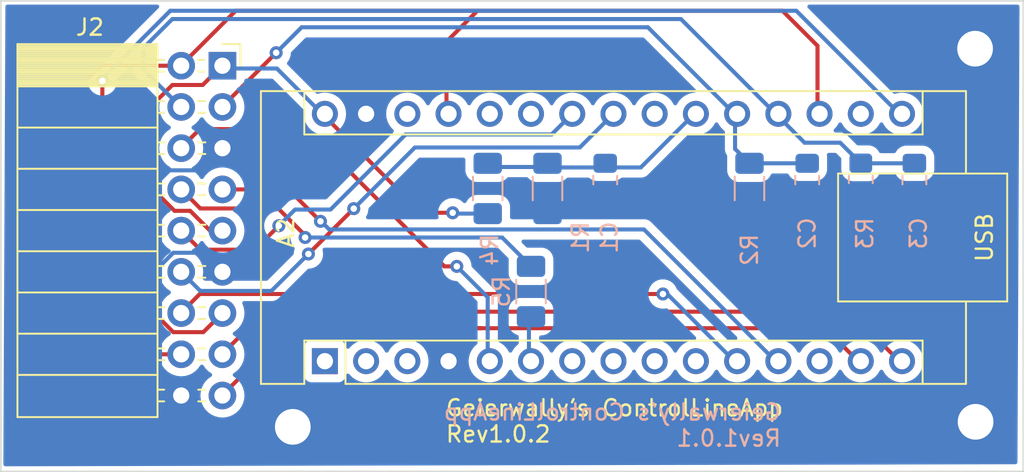
<source format=kicad_pcb>
(kicad_pcb (version 20240108) (generator "pcbnew") (generator_version "8.0")
  (title_block (title "Geierwally's ControlLineApp") (date "2023-12-25") (rev "1.0.1"))
  (layers (0 "F.Cu" signal) (31 "B.Cu" signal) (34 "B.Paste" user) (35 "F.Paste" user) (36 "B.SilkS" user "B.Silkscreen") (37 "F.SilkS" user "F.Silkscreen") (38 "B.Mask" user) (39 "F.Mask" user) (44 "Edge.Cuts" user))
  (net 0 "")
  (net 4 "GNDREF")
  (net 5 "Net-(A2-A2)")
  (net 6 "VPCell_1")
  (net 11 "VDD")
  (net 12 "LED_A")
  (net 14 "Net-(A2-D3)")
  (net 15 "Poti10K")
  (net 16 "UserButton")
  (net 18 "PWM Throttle")
  (net 19 "PWM RetractLandingGear")
  (net 20 "D8_FunctionPin3")
  (net 21 "D12_FunctionPin4")
  (net 23 "SDA")
  (net 24 "SCL")
  (net 27 "D13_FunctionPin5")
  (net 29 "+5V")
  (footprint "Module:Arduino_Nano" (layer "F.Cu") (at 124.968 108.204 90)
    (property "Reference" "A2" (at 7.91 -2.412 90) (layer "F.SilkS"))
    (property "Value" "Arduino Nano")
    (fp_line (start 16.64 -3.94) (end -1.4 -3.94) (stroke (width 0.12)) (layer "F.SilkS"))
    (fp_line (start -1.4 -3.94) (end -1.4 -1.27) (stroke (width 0.12)) (layer "F.SilkS"))
    (fp_line (start 13.97 -1.27) (end 16.64 -1.27) (stroke (width 0.12)) (layer "F.SilkS"))
    (fp_line (start 13.97 -1.27) (end 13.97 36.83) (stroke (width 0.12)) (layer "F.SilkS"))
    (fp_line (start 1.27 -1.27) (end -1.4 -1.27) (stroke (width 0.12)) (layer "F.SilkS"))
    (fp_line (start 1.27 1.27) (end 1.27 -1.27) (stroke (width 0.12)) (layer "F.SilkS"))
    (fp_line (start 1.27 1.27) (end -1.4 1.27) (stroke (width 0.12)) (layer "F.SilkS"))
    (fp_line (start 1.27 1.27) (end 1.27 36.83) (stroke (width 0.12)) (layer "F.SilkS"))
    (fp_line (start -1.4 1.27) (end -1.4 39.5) (stroke (width 0.12)) (layer "F.SilkS"))
    (fp_line (start 11.56 31.62) (end 11.56 42.04) (stroke (width 0.12)) (layer "F.SilkS"))
    (fp_line (start 3.68 31.62) (end 11.56 31.62) (stroke (width 0.12)) (layer "F.SilkS"))
    (fp_line (start 13.97 36.83) (end 16.64 36.83) (stroke (width 0.12)) (layer "F.SilkS"))
    (fp_line (start 1.27 36.83) (end -1.4 36.83) (stroke (width 0.12)) (layer "F.SilkS"))
    (fp_line (start 16.64 39.5) (end 16.64 -3.94) (stroke (width 0.12)) (layer "F.SilkS"))
    (fp_line (start 16.64 39.5) (end 11.56 39.5) (stroke (width 0.12)) (layer "F.SilkS"))
    (fp_line (start -1.4 39.5) (end 3.68 39.5) (stroke (width 0.12)) (layer "F.SilkS"))
    (fp_line (start 11.56 42.04) (end 3.68 42.04) (stroke (width 0.12)) (layer "F.SilkS"))
    (fp_line (start 3.68 42.04) (end 3.68 31.62) (stroke (width 0.12)) (layer "F.SilkS"))
    (fp_text user "USB" (at 7.62 40.64 90) (layer "F.SilkS"))
    (pad "1" thru_hole rect (at 0 0 90) (size 1.6 1.6) (drill 1) (layers "*.Cu" "*.Mask"))
    (pad "2" thru_hole oval (at 0 2.54 90) (size 1.6 1.6) (drill 1) (layers "*.Cu" "*.Mask"))
    (pad "3" thru_hole oval (at 0 5.08 90) (size 1.6 1.6) (drill 1) (layers "*.Cu" "*.Mask"))
    (pad "4" thru_hole oval (at 0 7.62 90) (size 1.6 1.6) (drill 1) (layers "*.Cu" "*.Mask") (net 4 "GNDREF"))
    (pad "5" thru_hole oval (at 0 10.16 90) (size 1.6 1.6) (drill 1) (layers "*.Cu" "*.Mask") (net 16 "UserButton"))
    (pad "6" thru_hole oval (at 0 12.7 90) (size 1.6 1.6) (drill 1) (layers "*.Cu" "*.Mask") (net 14 "Net-(A2-D3)"))
    (pad "7" thru_hole oval (at 0 15.24 90) (size 1.6 1.6) (drill 1) (layers "*.Cu" "*.Mask"))
    (pad "8" thru_hole oval (at 0 17.78 90) (size 1.6 1.6) (drill 1) (layers "*.Cu" "*.Mask"))
    (pad "9" thru_hole oval (at 0 20.32 90) (size 1.6 1.6) (drill 1) (layers "*.Cu" "*.Mask"))
    (pad "10" thru_hole oval (at 0 22.86 90) (size 1.6 1.6) (drill 1) (layers "*.Cu" "*.Mask"))
    (pad "11" thru_hole oval (at 0 25.4 90) (size 1.6 1.6) (drill 1) (layers "*.Cu" "*.Mask") (net 20 "D8_FunctionPin3"))
    (pad "12" thru_hole oval (at 0 27.94 90) (size 1.6 1.6) (drill 1) (layers "*.Cu" "*.Mask") (net 18 "PWM Throttle"))
    (pad "13" thru_hole oval (at 0 30.48 90) (size 1.6 1.6) (drill 1) (layers "*.Cu" "*.Mask"))
    (pad "14" thru_hole oval (at 0 33.02 90) (size 1.6 1.6) (drill 1) (layers "*.Cu" "*.Mask") (net 19 "PWM RetractLandingGear"))
    (pad "15" thru_hole oval (at 0 35.56 90) (size 1.6 1.6) (drill 1) (layers "*.Cu" "*.Mask") (net 21 "D12_FunctionPin4"))
    (pad "16" thru_hole oval (at 15.24 35.56 90) (size 1.6 1.6) (drill 1) (layers "*.Cu" "*.Mask") (net 27 "D13_FunctionPin5"))
    (pad "17" thru_hole oval (at 15.24 33.02 90) (size 1.6 1.6) (drill 1) (layers "*.Cu" "*.Mask"))
    (pad "18" thru_hole oval (at 15.24 30.48 90) (size 1.6 1.6) (drill 1) (layers "*.Cu" "*.Mask") (net 29 "+5V"))
    (pad "19" thru_hole oval (at 15.24 27.94 90) (size 1.6 1.6) (drill 1) (layers "*.Cu" "*.Mask") (net 15 "Poti10K"))
    (pad "20" thru_hole oval (at 15.24 25.4 90) (size 1.6 1.6) (drill 1) (layers "*.Cu" "*.Mask") (net 6 "VPCell_1"))
    (pad "21" thru_hole oval (at 15.24 22.86 90) (size 1.6 1.6) (drill 1) (layers "*.Cu" "*.Mask") (net 5 "Net-(A2-A2)"))
    (pad "22" thru_hole oval (at 15.24 20.32 90) (size 1.6 1.6) (drill 1) (layers "*.Cu" "*.Mask"))
    (pad "23" thru_hole oval (at 15.24 17.78 90) (size 1.6 1.6) (drill 1) (layers "*.Cu" "*.Mask") (net 23 "SDA"))
    (pad "24" thru_hole oval (at 15.24 15.24 90) (size 1.6 1.6) (drill 1) (layers "*.Cu" "*.Mask") (net 24 "SCL"))
    (pad "25" thru_hole oval (at 15.24 12.7 90) (size 1.6 1.6) (drill 1) (layers "*.Cu" "*.Mask"))
    (pad "26" thru_hole oval (at 15.24 10.16 90) (size 1.6 1.6) (drill 1) (layers "*.Cu" "*.Mask"))
    (pad "27" thru_hole oval (at 15.24 7.62 90) (size 1.6 1.6) (drill 1) (layers "*.Cu" "*.Mask") (net 29 "+5V"))
    (pad "28" thru_hole oval (at 15.24 5.08 90) (size 1.6 1.6) (drill 1) (layers "*.Cu" "*.Mask"))
    (pad "29" thru_hole oval (at 15.24 2.54 90) (size 1.6 1.6) (drill 1) (layers "*.Cu" "*.Mask") (net 4 "GNDREF"))
    (pad "30" thru_hole oval (at 15.24 0 90) (size 1.6 1.6) (drill 1) (layers "*.Cu" "*.Mask") (net 11 "VDD"))
  )
  (footprint "Connector_PinSocket_2.54mm:PinSocket_2x09_P2.54mm_Horizontal" (layer "F.Cu") (at 118.655 90)
    (property "Reference" "J2" (at -8.165 -2.37 0) (layer "F.SilkS"))
    (property "Value" "Conn_02x09")
    (fp_line (start -12.63 -1.33) (end -12.63 21.65) (stroke (width 0.12)) (layer "F.SilkS"))
    (fp_line (start -12.63 -1.33) (end -4 -1.33) (stroke (width 0.12)) (layer "F.SilkS"))
    (fp_line (start -12.63 -1.21) (end -4 -1.21) (stroke (width 0.12)) (layer "F.SilkS"))
    (fp_line (start -12.63 -1.091905) (end -4 -1.091905) (stroke (width 0.12)) (layer "F.SilkS"))
    (fp_line (start -12.63 -0.97381) (end -4 -0.97381) (stroke (width 0.12)) (layer "F.SilkS"))
    (fp_line (start -12.63 -0.855715) (end -4 -0.855715) (stroke (width 0.12)) (layer "F.SilkS"))
    (fp_line (start -12.63 -0.73762) (end -4 -0.73762) (stroke (width 0.12)) (layer "F.SilkS"))
    (fp_line (start -12.63 -0.619525) (end -4 -0.619525) (stroke (width 0.12)) (layer "F.SilkS"))
    (fp_line (start -12.63 -0.50143) (end -4 -0.50143) (stroke (width 0.12)) (layer "F.SilkS"))
    (fp_line (start -12.63 -0.383335) (end -4 -0.383335) (stroke (width 0.12)) (layer "F.SilkS"))
    (fp_line (start -12.63 -0.26524) (end -4 -0.26524) (stroke (width 0.12)) (layer "F.SilkS"))
    (fp_line (start -12.63 -0.147145) (end -4 -0.147145) (stroke (width 0.12)) (layer "F.SilkS"))
    (fp_line (start -12.63 -0.02905) (end -4 -0.02905) (stroke (width 0.12)) (layer "F.SilkS"))
    (fp_line (start -12.63 0.089045) (end -4 0.089045) (stroke (width 0.12)) (layer "F.SilkS"))
    (fp_line (start -12.63 0.20714) (end -4 0.20714) (stroke (width 0.12)) (layer "F.SilkS"))
    (fp_line (start -12.63 0.325235) (end -4 0.325235) (stroke (width 0.12)) (layer "F.SilkS"))
    (fp_line (start -12.63 0.44333) (end -4 0.44333) (stroke (width 0.12)) (layer "F.SilkS"))
    (fp_line (start -12.63 0.561425) (end -4 0.561425) (stroke (width 0.12)) (layer "F.SilkS"))
    (fp_line (start -12.63 0.67952) (end -4 0.67952) (stroke (width 0.12)) (layer "F.SilkS"))
    (fp_line (start -12.63 0.797615) (end -4 0.797615) (stroke (width 0.12)) (layer "F.SilkS"))
    (fp_line (start -12.63 0.91571) (end -4 0.91571) (stroke (width 0.12)) (layer "F.SilkS"))
    (fp_line (start -12.63 1.033805) (end -4 1.033805) (stroke (width 0.12)) (layer "F.SilkS"))
    (fp_line (start -12.63 1.1519) (end -4 1.1519) (stroke (width 0.12)) (layer "F.SilkS"))
    (fp_line (start -12.63 1.27) (end -4 1.27) (stroke (width 0.12)) (layer "F.SilkS"))
    (fp_line (start -12.63 3.81) (end -4 3.81) (stroke (width 0.12)) (layer "F.SilkS"))
    (fp_line (start -12.63 6.35) (end -4 6.35) (stroke (width 0.12)) (layer "F.SilkS"))
    (fp_line (start -12.63 8.89) (end -4 8.89) (stroke (width 0.12)) (layer "F.SilkS"))
    (fp_line (start -12.63 11.43) (end -4 11.43) (stroke (width 0.12)) (layer "F.SilkS"))
    (fp_line (start -12.63 13.97) (end -4 13.97) (stroke (width 0.12)) (layer "F.SilkS"))
    (fp_line (start -12.63 16.51) (end -4 16.51) (stroke (width 0.12)) (layer "F.SilkS"))
    (fp_line (start -12.63 19.05) (end -4 19.05) (stroke (width 0.12)) (layer "F.SilkS"))
    (fp_line (start -12.63 21.65) (end -4 21.65) (stroke (width 0.12)) (layer "F.SilkS"))
    (fp_line (start -4 -1.33) (end -4 21.65) (stroke (width 0.12)) (layer "F.SilkS"))
    (fp_line (start -4 -0.36) (end -3.59 -0.36) (stroke (width 0.12)) (layer "F.SilkS"))
    (fp_line (start -4 0.36) (end -3.59 0.36) (stroke (width 0.12)) (layer "F.SilkS"))
    (fp_line (start -4 2.18) (end -3.59 2.18) (stroke (width 0.12)) (layer "F.SilkS"))
    (fp_line (start -4 2.9) (end -3.59 2.9) (stroke (width 0.12)) (layer "F.SilkS"))
    (fp_line (start -4 4.72) (end -3.59 4.72) (stroke (width 0.12)) (layer "F.SilkS"))
    (fp_line (start -4 5.44) (end -3.59 5.44) (stroke (width 0.12)) (layer "F.SilkS"))
    (fp_line (start -4 7.26) (end -3.59 7.26) (stroke (width 0.12)) (layer "F.SilkS"))
    (fp_line (start -4 7.98) (end -3.59 7.98) (stroke (width 0.12)) (layer "F.SilkS"))
    (fp_line (start -4 9.8) (end -3.59 9.8) (stroke (width 0.12)) (layer "F.SilkS"))
    (fp_line (start -4 10.52) (end -3.59 10.52) (stroke (width 0.12)) (layer "F.SilkS"))
    (fp_line (start -4 12.34) (end -3.59 12.34) (stroke (width 0.12)) (layer "F.SilkS"))
    (fp_line (start -4 13.06) (end -3.59 13.06) (stroke (width 0.12)) (layer "F.SilkS"))
    (fp_line (start -4 14.88) (end -3.59 14.88) (stroke (width 0.12)) (layer "F.SilkS"))
    (fp_line (start -4 15.6) (end -3.59 15.6) (stroke (width 0.12)) (layer "F.SilkS"))
    (fp_line (start -4 17.42) (end -3.59 17.42) (stroke (width 0.12)) (layer "F.SilkS"))
    (fp_line (start -4 18.14) (end -3.59 18.14) (stroke (width 0.12)) (layer "F.SilkS"))
    (fp_line (start -4 19.96) (end -3.59 19.96) (stroke (width 0.12)) (layer "F.SilkS"))
    (fp_line (start -4 20.68) (end -3.59 20.68) (stroke (width 0.12)) (layer "F.SilkS"))
    (fp_line (start -1.49 -0.36) (end -1.11 -0.36) (stroke (width 0.12)) (layer "F.SilkS"))
    (fp_line (start -1.49 0.36) (end -1.11 0.36) (stroke (width 0.12)) (layer "F.SilkS"))
    (fp_line (start -1.49 2.18) (end -1.05 2.18) (stroke (width 0.12)) (layer "F.SilkS"))
    (fp_line (start -1.49 2.9) (end -1.05 2.9) (stroke (width 0.12)) (layer "F.SilkS"))
    (fp_line (start -1.49 4.72) (end -1.05 4.72) (stroke (width 0.12)) (layer "F.SilkS"))
    (fp_line (start -1.49 5.44) (end -1.05 5.44) (stroke (width 0.12)) (layer "F.SilkS"))
    (fp_line (start -1.49 7.26) (end -1.05 7.26) (stroke (width 0.12)) (layer "F.SilkS"))
    (fp_line (start -1.49 7.98) (end -1.05 7.98) (stroke (width 0.12)) (layer "F.SilkS"))
    (fp_line (start -1.49 9.8) (end -1.05 9.8) (stroke (width 0.12)) (layer "F.SilkS"))
    (fp_line (start -1.49 10.52) (end -1.05 10.52) (stroke (width 0.12)) (layer "F.SilkS"))
    (fp_line (start -1.49 12.34) (end -1.05 12.34) (stroke (width 0.12)) (layer "F.SilkS"))
    (fp_line (start -1.49 13.06) (end -1.05 13.06) (stroke (width 0.12)) (layer "F.SilkS"))
    (fp_line (start -1.49 14.88) (end -1.05 14.88) (stroke (width 0.12)) (layer "F.SilkS"))
    (fp_line (start -1.49 15.6) (end -1.05 15.6) (stroke (width 0.12)) (layer "F.SilkS"))
    (fp_line (start -1.49 17.42) (end -1.05 17.42) (stroke (width 0.12)) (layer "F.SilkS"))
    (fp_line (start -1.49 18.14) (end -1.05 18.14) (stroke (width 0.12)) (layer "F.SilkS"))
    (fp_line (start -1.49 19.96) (end -1.05 19.96) (stroke (width 0.12)) (layer "F.SilkS"))
    (fp_line (start -1.49 20.68) (end -1.05 20.68) (stroke (width 0.12)) (layer "F.SilkS"))
    (fp_line (start 0 -1.33) (end 1.11 -1.33) (stroke (width 0.12)) (layer "F.SilkS"))
    (fp_line (start 1.11 -1.33) (end 1.11 0) (stroke (width 0.12)) (layer "F.SilkS"))
    (pad "1" thru_hole rect (at 0 0) (size 1.7 1.7) (drill 1) (layers "*.Cu" "*.Mask") (net 11 "VDD"))
    (pad "2" thru_hole oval (at -2.54 0) (size 1.7 1.7) (drill 1) (layers "*.Cu" "*.Mask") (net 29 "+5V"))
    (pad "3" thru_hole oval (at 0 2.54) (size 1.7 1.7) (drill 1) (layers "*.Cu" "*.Mask") (net 6 "VPCell_1"))
    (pad "4" thru_hole oval (at -2.54 2.54) (size 1.7 1.7) (drill 1) (layers "*.Cu" "*.Mask") (net 15 "Poti10K"))
    (pad "5" thru_hole oval (at 0 5.08) (size 1.7 1.7) (drill 1) (layers "*.Cu" "*.Mask") (net 4 "GNDREF"))
    (pad "6" thru_hole oval (at -2.54 5.08) (size 1.7 1.7) (drill 1) (layers "*.Cu" "*.Mask") (net 16 "UserButton"))
    (pad "7" thru_hole oval (at 0 7.62) (size 1.7 1.7) (drill 1) (layers "*.Cu" "*.Mask") (net 18 "PWM Throttle"))
    (pad "8" thru_hole oval (at -2.54 7.62) (size 1.7 1.7) (drill 1) (layers "*.Cu" "*.Mask") (net 12 "LED_A"))
    (pad "9" thru_hole oval (at 0 10.16) (size 1.7 1.7) (drill 1) (layers "*.Cu" "*.Mask") (net 11 "VDD"))
    (pad "10" thru_hole oval (at -2.54 10.16) (size 1.7 1.7) (drill 1) (layers "*.Cu" "*.Mask") (net 24 "SCL"))
    (pad "11" thru_hole oval (at 0 12.7) (size 1.7 1.7) (drill 1) (layers "*.Cu" "*.Mask") (net 4 "GNDREF"))
    (pad "12" thru_hole oval (at -2.54 12.7) (size 1.7 1.7) (drill 1) (layers "*.Cu" "*.Mask") (net 23 "SDA"))
    (pad "13" thru_hole oval (at 0 15.24) (size 1.7 1.7) (drill 1) (layers "*.Cu" "*.Mask") (net 27 "D13_FunctionPin5"))
    (pad "14" thru_hole oval (at -2.54 15.24) (size 1.7 1.7) (drill 1) (layers "*.Cu" "*.Mask") (net 20 "D8_FunctionPin3"))
    (pad "15" thru_hole oval (at 0 17.78) (size 1.7 1.7) (drill 1) (layers "*.Cu" "*.Mask") (net 21 "D12_FunctionPin4"))
    (pad "16" thru_hole oval (at -2.54 17.78) (size 1.7 1.7) (drill 1) (layers "*.Cu" "*.Mask") (net 29 "+5V"))
    (pad "17" thru_hole oval (at 0 20.32) (size 1.7 1.7) (drill 1) (layers "*.Cu" "*.Mask") (net 19 "PWM RetractLandingGear"))
    (pad "18" thru_hole oval (at -2.54 20.32) (size 1.7 1.7) (drill 1) (layers "*.Cu" "*.Mask") (net 4 "GNDREF"))
  )
  (footprint "MountingHole:MountingHole_2.2mm_M2_DIN965_Pad" (layer "F.Cu") (at 165.03 88.95)
    (property "Reference" "H1" (hide yes))
    (property "Value" "MountingHole_Pad" (hide yes))
    (pad "1" thru_hole circle (at 0 0) (size 3.8 3.8) (drill 2.2) (layers "*.Cu" "*.Mask") (net 4 "GNDREF"))
  )
  (footprint "MountingHole:MountingHole_2.2mm_M2_DIN965_Pad" (layer "F.Cu") (at 165.06 111.94)
    (property "Reference" "H2" (hide yes))
    (property "Value" "MountingHole_Pad" (hide yes))
    (pad "1" thru_hole circle (at 0 0) (size 3.8 3.8) (drill 2.2) (layers "*.Cu" "*.Mask") (net 4 "GNDREF"))
  )
  (footprint "MountingHole:MountingHole_2.2mm_M2_DIN965_Pad" (layer "F.Cu") (at 122.99 112.25)
    (property "Reference" "H3" (hide yes))
    (property "Value" "MountingHole_Pad" (hide yes))
    (pad "1" thru_hole circle (at 0 0) (size 3.8 3.8) (drill 2.2) (layers "*.Cu" "*.Mask") (net 4 "GNDREF"))
  )
  (footprint "Resistor_SMD:R_1206_3216Metric_Pad1.30x1.75mm_HandSolder" (layer "B.Cu") (at 135.001 97.562 90)
    (property "Reference" "R4" (at -3.784 0.127 90) (layer "B.SilkS") (effects (justify mirror)))
    (property "Value" "820")
    (fp_line (start -0.727064 -0.91) (end 0.727064 -0.91) (stroke (width 0.12)) (layer "B.SilkS"))
    (fp_line (start -0.727064 0.91) (end 0.727064 0.91) (stroke (width 0.12)) (layer "B.SilkS"))
    (pad "1" smd roundrect (at -1.55 0 90) (size 1.3 1.75) (layers "B.Cu" "B.Paste" "B.Mask") (roundrect_rratio 0.1923076923) (net 11 "VDD"))
    (pad "2" smd roundrect (at 1.55 0 90) (size 1.3 1.75) (layers "B.Cu" "B.Paste" "B.Mask") (roundrect_rratio 0.1923076923) (net 5 "Net-(A2-A2)"))
  )
  (footprint "Resistor_SMD:R_0805_2012Metric_Pad1.20x1.40mm_HandSolder" (layer "B.Cu") (at 157.988 97.012 90)
    (property "Reference" "R3" (at -3.318 0.254 90) (layer "B.SilkS") (effects (justify mirror)))
    (property "Value" "12K")
    (fp_line (start -0.227064 -0.735) (end 0.227064 -0.735) (stroke (width 0.12)) (layer "B.SilkS"))
    (fp_line (start -0.227064 0.735) (end 0.227064 0.735) (stroke (width 0.12)) (layer "B.SilkS"))
    (pad "1" smd roundrect (at -1 0 90) (size 1.2 1.4) (layers "B.Cu" "B.Paste" "B.Mask") (roundrect_rratio 0.2083333333) (net 4 "GNDREF"))
    (pad "2" smd roundrect (at 1 0 90) (size 1.2 1.4) (layers "B.Cu" "B.Paste" "B.Mask") (roundrect_rratio 0.2083333333) (net 15 "Poti10K"))
  )
  (footprint "Capacitor_SMD:C_0805_2012Metric_Pad1.18x1.45mm_HandSolder" (layer "B.Cu") (at 142.24 97.0495 -90)
    (property "Reference" "C1" (at 3.5345 -0.254 90) (layer "B.SilkS") (effects (justify mirror)))
    (property "Value" "100n")
    (fp_line (start -0.261252 0.735) (end 0.261252 0.735) (stroke (width 0.12)) (layer "B.SilkS"))
    (fp_line (start -0.261252 -0.735) (end 0.261252 -0.735) (stroke (width 0.12)) (layer "B.SilkS"))
    (pad "1" smd roundrect (at -1.0375 0 270) (size 1.175 1.45) (layers "B.Cu" "B.Paste" "B.Mask") (roundrect_rratio 0.2127659574) (net 5 "Net-(A2-A2)"))
    (pad "2" smd roundrect (at 1.0375 0 270) (size 1.175 1.45) (layers "B.Cu" "B.Paste" "B.Mask") (roundrect_rratio 0.2127659574) (net 4 "GNDREF"))
  )
  (footprint "Capacitor_SMD:C_0805_2012Metric_Pad1.18x1.45mm_HandSolder" (layer "B.Cu") (at 161.29 97.0495 -90)
    (property "Reference" "C3" (at 3.2805 -0.254 90) (layer "B.SilkS") (effects (justify mirror)))
    (property "Value" "100n")
    (fp_line (start -0.261252 0.735) (end 0.261252 0.735) (stroke (width 0.12)) (layer "B.SilkS"))
    (fp_line (start -0.261252 -0.735) (end 0.261252 -0.735) (stroke (width 0.12)) (layer "B.SilkS"))
    (pad "1" smd roundrect (at -1.0375 0 270) (size 1.175 1.45) (layers "B.Cu" "B.Paste" "B.Mask") (roundrect_rratio 0.2127659574) (net 15 "Poti10K"))
    (pad "2" smd roundrect (at 1.0375 0 270) (size 1.175 1.45) (layers "B.Cu" "B.Paste" "B.Mask") (roundrect_rratio 0.2127659574) (net 4 "GNDREF"))
  )
  (footprint "Resistor_SMD:R_1206_3216Metric_Pad1.30x1.75mm_HandSolder" (layer "B.Cu") (at 151.13 97.562 90)
    (property "Reference" "R2" (at -3.784 0 90) (layer "B.SilkS") (effects (justify mirror)))
    (property "Value" "1K")
    (fp_line (start -0.727064 -0.91) (end 0.727064 -0.91) (stroke (width 0.12)) (layer "B.SilkS"))
    (fp_line (start -0.727064 0.91) (end 0.727064 0.91) (stroke (width 0.12)) (layer "B.SilkS"))
    (pad "1" smd roundrect (at -1.55 0 90) (size 1.3 1.75) (layers "B.Cu" "B.Paste" "B.Mask") (roundrect_rratio 0.1923076923) (net 4 "GNDREF"))
    (pad "2" smd roundrect (at 1.55 0 90) (size 1.3 1.75) (layers "B.Cu" "B.Paste" "B.Mask") (roundrect_rratio 0.1923076923) (net 6 "VPCell_1"))
  )
  (footprint "Resistor_SMD:R_1206_3216Metric_Pad1.30x1.75mm_HandSolder" (layer "B.Cu") (at 138.684 97.562 90)
    (property "Reference" "R1" (at -3.022 2.032 90) (layer "B.SilkS") (effects (justify mirror)))
    (property "Value" "1K")
    (fp_line (start -0.727064 -0.91) (end 0.727064 -0.91) (stroke (width 0.12)) (layer "B.SilkS"))
    (fp_line (start -0.727064 0.91) (end 0.727064 0.91) (stroke (width 0.12)) (layer "B.SilkS"))
    (pad "1" smd roundrect (at -1.55 0 90) (size 1.3 1.75) (layers "B.Cu" "B.Paste" "B.Mask") (roundrect_rratio 0.1923076923) (net 4 "GNDREF"))
    (pad "2" smd roundrect (at 1.55 0 90) (size 1.3 1.75) (layers "B.Cu" "B.Paste" "B.Mask") (roundrect_rratio 0.1923076923) (net 5 "Net-(A2-A2)"))
  )
  (footprint "Resistor_SMD:R_1206_3216Metric_Pad1.30x1.75mm_HandSolder" (layer "B.Cu") (at 137.668 103.912 -90)
    (property "Reference" "R5" (at 0 1.82 90) (layer "B.SilkS") (effects (justify mirror)))
    (property "Value" "470")
    (fp_line (start -0.727064 0.91) (end 0.727064 0.91) (stroke (width 0.12)) (layer "B.SilkS"))
    (fp_line (start -0.727064 -0.91) (end 0.727064 -0.91) (stroke (width 0.12)) (layer "B.SilkS"))
    (pad "1" smd roundrect (at -1.55 0 270) (size 1.3 1.75) (layers "B.Cu" "B.Paste" "B.Mask") (roundrect_rratio 0.1923076923) (net 12 "LED_A"))
    (pad "2" smd roundrect (at 1.55 0 270) (size 1.3 1.75) (layers "B.Cu" "B.Paste" "B.Mask") (roundrect_rratio 0.1923076923) (net 14 "Net-(A2-D3)"))
  )
  (footprint "Capacitor_SMD:C_0805_2012Metric_Pad1.18x1.45mm_HandSolder" (layer "B.Cu") (at 154.686 97.0495 -90)
    (property "Reference" "C2" (at 3.2805 0 90) (layer "B.SilkS") (effects (justify mirror)))
    (property "Value" "100n")
    (fp_line (start -0.261252 0.735) (end 0.261252 0.735) (stroke (width 0.12)) (layer "B.SilkS"))
    (fp_line (start -0.261252 -0.735) (end 0.261252 -0.735) (stroke (width 0.12)) (layer "B.SilkS"))
    (pad "1" smd roundrect (at -1.0375 0 270) (size 1.175 1.45) (layers "B.Cu" "B.Paste" "B.Mask") (roundrect_rratio 0.2127659574) (net 6 "VPCell_1"))
    (pad "2" smd roundrect (at 1.0375 0 270) (size 1.175 1.45) (layers "B.Cu" "B.Paste" "B.Mask") (roundrect_rratio 0.2127659574) (net 4 "GNDREF"))
  )
  (gr_rect (start 105 86) (end 168 115) (stroke (width 0.1)) (fill none) (layer "Edge.Cuts"))
  (gr_text "Geierwally's ControlLineApp \nRev1.0.1" (at 153.162 113.538 0) (layer "B.SilkS") (effects (font (size 1 1)) (justify left bottom mirror)))
  (gr_text "Geierwally's ControlLineApp \nRev1.0.2" (at 132.334 113.284 0) (layer "F.SilkS") (effects (font (size 1 1)) (justify left bottom)))
  (segment (start 118.655 95.08) (end 117.29 96.445) (width 0.25) (layer "B.Cu") (net 4))
  (segment (start 117.48 101.525) (end 115.628299 101.525) (width 0.25) (layer "B.Cu") (net 4))
  (segment (start 115.391 96.445) (end 114.808 97.028) (width 0.25) (layer "B.Cu") (net 4))
  (segment (start 115.628299 101.525) (end 114.808 102.345299) (width 0.25) (layer "B.Cu") (net 4))
  (segment (start 114.808 102.362) (end 114.808 109.013) (width 0.25) (layer "B.Cu") (net 4))
  (segment (start 114.808 102.345299) (end 114.808 102.362) (width 0.25) (layer "B.Cu") (net 4))
  (segment (start 118.655 102.7) (end 117.48 101.525) (width 0.25) (layer "B.Cu") (net 4))
  (segment (start 114.808 109.013) (end 116.115 110.32) (width 0.25) (layer "B.Cu") (net 4))
  (segment (start 117.29 96.445) (end 115.391 96.445) (width 0.25) (layer "B.Cu") (net 4))
  (segment (start 114.808 97.028) (end 114.808 102.362) (width 0.25) (layer "B.Cu") (net 4))
  (segment (start 147.574 92.874) (end 147.7 93) (width 0.25) (layer "F.Cu") (net 5))
  (segment (start 142.24 96.266) (end 138.71 96.266) (width 0.25) (layer "B.Cu") (net 5))
  (segment (start 138.71 96.266) (end 138.684 96.24) (width 0.25) (layer "B.Cu") (net 5))
  (segment (start 135.027 96.24) (end 135.001 96.266) (width 0.25) (layer "B.Cu") (net 5))
  (segment (start 147.828 92.872) (end 147.7 93) (width 0.25) (layer "B.Cu") (net 5))
  (segment (start 138.684 96.24) (end 135.027 96.24) (width 0.25) (layer "B.Cu") (net 5))
  (segment (start 147.7 93) (end 144.434 96.266) (width 0.25) (layer "B.Cu") (net 5))
  (segment (start 144.434 96.266) (end 142.24 96.266) (width 0.25) (layer "B.Cu") (net 5))
  (segment (start 121.9655 89.1995) (end 118.625 92.54) (width 0.25) (layer "F.Cu") (net 6))
  (via (at 121.9655 89.1995) (size 0.8) (drill 0.4) (layers "F.Cu" "B.Cu") (net 6))
  (segment (start 144.87 87.63) (end 150.24 93) (width 0.25) (layer "B.Cu") (net 6))
  (segment (start 121.9655 89.1995) (end 123.535 87.63) (width 0.25) (layer "B.Cu") (net 6))
  (segment (start 123.535 87.63) (end 144.87 87.63) (width 0.25) (layer "B.Cu") (net 6))
  (segment (start 150.24 95.122) (end 151.13 96.012) (width 0.25) (layer "B.Cu") (net 6))
  (segment (start 151.13 96.012) (end 154.686 96.012) (width 0.25) (layer "B.Cu") (net 6))
  (segment (start 150.24 93) (end 150.24 95.122) (width 0.25) (layer "B.Cu") (net 6))
  (segment (start 117.89 100.16) (end 116.67 98.94) (width 0.25) (layer "F.Cu") (net 11))
  (segment (start 113.284 93.472) (end 115.57 91.186) (width 0.25) (layer "F.Cu") (net 11))
  (segment (start 117.439 91.186) (end 118.625 90) (width 0.25) (layer "F.Cu") (net 11))
  (segment (start 115.704 98.94) (end 113.284 96.52) (width 0.25) (layer "F.Cu") (net 11))
  (segment (start 118.625 100.16) (end 117.89 100.16) (width 0.25) (layer "F.Cu") (net 11))
  (segment (start 116.67 98.94) (end 115.704 98.94) (width 0.25) (layer "F.Cu") (net 11))
  (segment (start 132.842 99.06) (end 130.9 99.06) (width 0.25) (layer "F.Cu") (net 11))
  (segment (start 113.284 96.52) (end 113.284 93.472) (width 0.25) (layer "F.Cu") (net 11))
  (segment (start 130.9 99.06) (end 124.84 93) (width 0.25) (layer "F.Cu") (net 11))
  (segment (start 115.57 91.186) (end 117.439 91.186) (width 0.25) (layer "F.Cu") (net 11))
  (via (at 132.842 99.06) (size 0.8) (drill 0.4) (layers "F.Cu" "B.Cu") (net 11))
  (segment (start 132.894 99.112) (end 132.842 99.06) (width 0.25) (layer "B.Cu") (net 11))
  (segment (start 135.001 99.112) (end 132.894 99.112) (width 0.25) (layer "B.Cu") (net 11))
  (segment (start 124.84 93) (end 122.01 90.17) (width 0.25) (layer "B.Cu") (net 11))
  (segment (start 122.01 90.17) (end 118.795 90.17) (width 0.25) (layer "B.Cu") (net 11))
  (segment (start 118.795 90.17) (end 118.625 90) (width 0.25) (layer "B.Cu") (net 11))
  (segment (start 122.091305 98.795) (end 123.77 100.473695) (width 0.25) (layer "F.Cu") (net 12))
  (segment (start 116.115 97.62) (end 117.29 98.795) (width 0.25) (layer "F.Cu") (net 12))
  (segment (start 123.77 100.473695) (end 123.77 100.56) (width 0.25) (layer "F.Cu") (net 12))
  (segment (start 117.29 98.795) (end 122.091305 98.795) (width 0.25) (layer "F.Cu") (net 12))
  (via (at 123.75 100.584) (size 0.8) (drill 0.4) (layers "F.Cu" "B.Cu") (net 12))
  (segment (start 135.89 100.584) (end 123.75 100.584) (width 0.25) (layer "B.Cu") (net 12))
  (segment (start 137.668 102.362) (end 135.89 100.584) (width 0.25) (layer "B.Cu") (net 12))
  (segment (start 137.54 108.24) (end 137.54 105.59) (width 0.25) (layer "B.Cu") (net 14))
  (segment (start 137.54 105.59) (end 137.668 105.462) (width 0.25) (layer "B.Cu") (net 14))
  (segment (start 115.57 87.122) (end 113.792 88.9) (width 0.25) (layer "B.Cu") (net 15))
  (segment (start 154.522 94.742) (end 146.902 87.122) (width 0.25) (layer "B.Cu") (net 15))
  (segment (start 113.792 90.247) (end 116.085 92.54) (width 0.25) (layer "B.Cu") (net 15))
  (segment (start 157.988 96.012) (end 156.718 94.742) (width 0.25) (layer "B.Cu") (net 15))
  (segment (start 156.718 94.742) (end 154.522 94.742) (width 0.25) (layer "B.Cu") (net 15))
  (segment (start 157.988 96.012) (end 161.29 96.012) (width 0.25) (layer "B.Cu") (net 15))
  (segment (start 113.792 88.9) (end 113.792 90.247) (width 0.25) (layer "B.Cu") (net 15))
  (segment (start 146.902 87.122) (end 115.57 87.122) (width 0.25) (layer "B.Cu") (net 15))
  (segment (start 133.096 102.362) (end 132.334 102.362) (width 0.25) (layer "F.Cu") (net 16))
  (segment (start 132.334 102.362) (end 123.877 93.905) (width 0.25) (layer "F.Cu") (net 16))
  (segment (start 117.26 93.905) (end 116.085 95.08) (width 0.25) (layer "F.Cu") (net 16))
  (segment (start 123.877 93.905) (end 117.26 93.905) (width 0.25) (layer "F.Cu") (net 16))
  (via (at 133.096 102.362) (size 0.8) (drill 0.4) (layers "F.Cu" "B.Cu") (net 16))
  (segment (start 133.096 102.362) (end 135 104.266) (width 0.25) (layer "B.Cu") (net 16))
  (segment (start 135 104.266) (end 135 108.24) (width 0.25) (layer "B.Cu") (net 16))
  (segment (start 122.7285 97.62) (end 118.625 97.62) (width 0.25) (layer "F.Cu") (net 18))
  (segment (start 124.69525 99.58675) (end 122.7285 97.62) (width 0.25) (layer "F.Cu") (net 18))
  (via (at 124.69525 99.58675) (size 0.8) (drill 0.4) (layers "F.Cu" "B.Cu") (net 18))
  (segment (start 124.69525 99.58675) (end 124.73275 99.58675) (width 0.25) (layer "B.Cu") (net 18))
  (segment (start 144.627 100.087) (end 152.78 108.24) (width 0.25) (layer "B.Cu") (net 18))
  (segment (start 124.73275 99.58675) (end 125.233 100.087) (width 0.25) (layer "B.Cu") (net 18))
  (segment (start 125.233 100.087) (end 144.627 100.087) (width 0.25) (layer "B.Cu") (net 18))
  (segment (start 118.625 110.32) (end 122.773 106.172) (width 0.25) (layer "F.Cu") (net 19))
  (segment (start 122.773 106.172) (end 134.62 106.172) (width 0.25) (layer "F.Cu") (net 19))
  (segment (start 134.366 106.172) (end 155.792 106.172) (width 0.25) (layer "F.Cu") (net 19))
  (segment (start 155.792 106.172) (end 157.86 108.24) (width 0.25) (layer "F.Cu") (net 19))
  (segment (start 145.796 104.065) (end 128.703 104.065) (width 0.25) (layer "F.Cu") (net 20))
  (segment (start 116.085 105.24) (end 117.26 104.065) (width 0.25) (layer "F.Cu") (net 20))
  (segment (start 117.26 104.065) (end 128.703 104.065) (width 0.25) (layer "F.Cu") (net 20))
  (via (at 145.796 104.065) (size 0.8) (drill 0.4) (layers "F.Cu" "B.Cu") (net 20))
  (segment (start 146.065 104.065) (end 150.24 108.24) (width 0.25) (layer "B.Cu") (net 20))
  (segment (start 145.796 104.065) (end 146.065 104.065) (width 0.25) (layer "B.Cu") (net 20))
  (segment (start 134.366 105.156) (end 157.316 105.156) (width 0.25) (layer "F.Cu") (net 21))
  (segment (start 134.366 105.156) (end 121.249 105.156) (width 0.25) (layer "F.Cu") (net 21))
  (segment (start 121.249 105.156) (end 118.625 107.78) (width 0.25) (layer "F.Cu") (net 21))
  (segment (start 157.316 105.156) (end 160.4 108.24) (width 0.25) (layer "F.Cu") (net 21))
  (segment (start 126.746 98.806) (end 123.952 101.6) (width 0.25) (layer "F.Cu") (net 23))
  (via (at 126.746 98.806) (size 0.8) (drill 0.4) (layers "F.Cu" "B.Cu") (net 23))
  (via (at 123.952 101.6) (size 0.8) (drill 0.4) (layers "F.Cu" "B.Cu") (net 23))
  (segment (start 142.748 92.964) (end 140.675 95.037) (width 0.25) (layer "B.Cu") (net 23))
  (segment (start 130.515 95.037) (end 126.746 98.806) (width 0.25) (layer "B.Cu") (net 23))
  (segment (start 140.675 95.037) (end 130.515 95.037) (width 0.25) (layer "B.Cu") (net 23))
  (segment (start 117.29 103.875) (end 116.115 102.7) (width 0.25) (layer "B.Cu") (net 23))
  (segment (start 121.677 103.875) (end 117.29 103.875) (width 0.25) (layer "B.Cu") (net 23))
  (segment (start 123.952 101.6) (end 121.677 103.875) (width 0.25) (layer "B.Cu") (net 23))
  (segment (start 117.29 101.335) (end 116.115 100.16) (width 0.25) (layer "F.Cu") (net 24))
  (segment (start 120.654 101.335) (end 117.29 101.335) (width 0.25) (layer "F.Cu") (net 24))
  (segment (start 122.13 99.859) (end 120.654 101.335) (width 0.25) (layer "F.Cu") (net 24))
  (via (at 122.13 99.859) (size 0.8) (drill 0.4) (layers "F.Cu" "B.Cu") (net 24))
  (segment (start 123.12725 98.86175) (end 125.31825 98.86175) (width 0.25) (layer "B.Cu") (net 24))
  (segment (start 138.938 94.234) (end 140.208 92.964) (width 0.25) (layer "B.Cu") (net 24))
  (segment (start 122.13 99.859) (end 123.12725 98.86175) (width 0.25) (layer "B.Cu") (net 24))
  (segment (start 125.31825 98.86175) (end 129.946 94.234) (width 0.25) (layer "B.Cu") (net 24))
  (segment (start 129.946 94.234) (end 138.938 94.234) (width 0.25) (layer "B.Cu") (net 24))
  (segment (start 115.628299 106.415) (end 117.48 106.415) (width 0.25) (layer "F.Cu") (net 27))
  (segment (start 117.48 106.415) (end 118.655 105.24) (width 0.25) (layer "F.Cu") (net 27))
  (segment (start 111.256299 102.043) (end 115.628299 106.415) (width 0.25) (layer "F.Cu") (net 27))
  (segment (start 111.256299 90.936299) (end 111.256299 102.043) (width 0.25) (layer "F.Cu") (net 27))
  (via (at 111.256299 90.936299) (size 0.8) (drill 0.4) (layers "F.Cu" "B.Cu") (net 27))
  (segment (start 111.256299 90.799305) (end 111.256299 90.936299) (width 0.25) (layer "B.Cu") (net 27))
  (segment (start 160.4 93) (end 154.014 86.614) (width 0.25) (layer "B.Cu") (net 27))
  (segment (start 115.441604 86.614) (end 111.256299 90.799305) (width 0.25) (layer "B.Cu") (net 27))
  (segment (start 154.014 86.614) (end 115.441604 86.614) (width 0.25) (layer "B.Cu") (net 27))
  (segment (start 132.46 88.52) (end 134.366 86.614) (width 0.25) (layer "F.Cu") (net 29))
  (segment (start 134.366 86.614) (end 153.162 86.614) (width 0.25) (layer "F.Cu") (net 29))
  (segment (start 111.168 90) (end 108.966 92.202) (width 0.25) (layer "F.Cu") (net 29))
  (segment (start 153.162 86.614) (end 155.32 88.772) (width 0.25) (layer "F.Cu") (net 29))
  (segment (start 119.471 86.614) (end 134.366 86.614) (width 0.25) (layer "F.Cu") (net 29))
  (segment (start 155.32 88.772) (end 155.32 93) (width 0.25) (layer "F.Cu") (net 29))
  (segment (start 108.966 104.648) (end 112.098 107.78) (width 0.25) (layer "F.Cu") (net 29))
  (segment (start 116.085 90) (end 111.168 90) (width 0.25) (layer "F.Cu") (net 29))
  (segment (start 116.085 90) (end 119.471 86.614) (width 0.25) (layer "F.Cu") (net 29))
  (segment (start 108.966 92.202) (end 108.966 104.648) (width 0.25) (layer "F.Cu") (net 29))
  (segment (start 132.46 93) (end 132.46 88.52) (width 0.25) (layer "F.Cu") (net 29))
  (segment (start 112.098 107.78) (end 116.085 107.78) (width 0.25) (layer "F.Cu") (net 29))
  (zone (net 4) (net_name "GNDREF") (layer "B.Cu") (connect_pads yes (clearance 0.5)) (min_thickness 0.25) (fill yes (thermal_gap 0.5) (thermal_bridge_width 0.5))
    (polygon (pts (xy 105.283 86.233) (xy 167.767 86.233) (xy 167.64 114.554) (xy 105.156 114.681)))
  )
)
</source>
